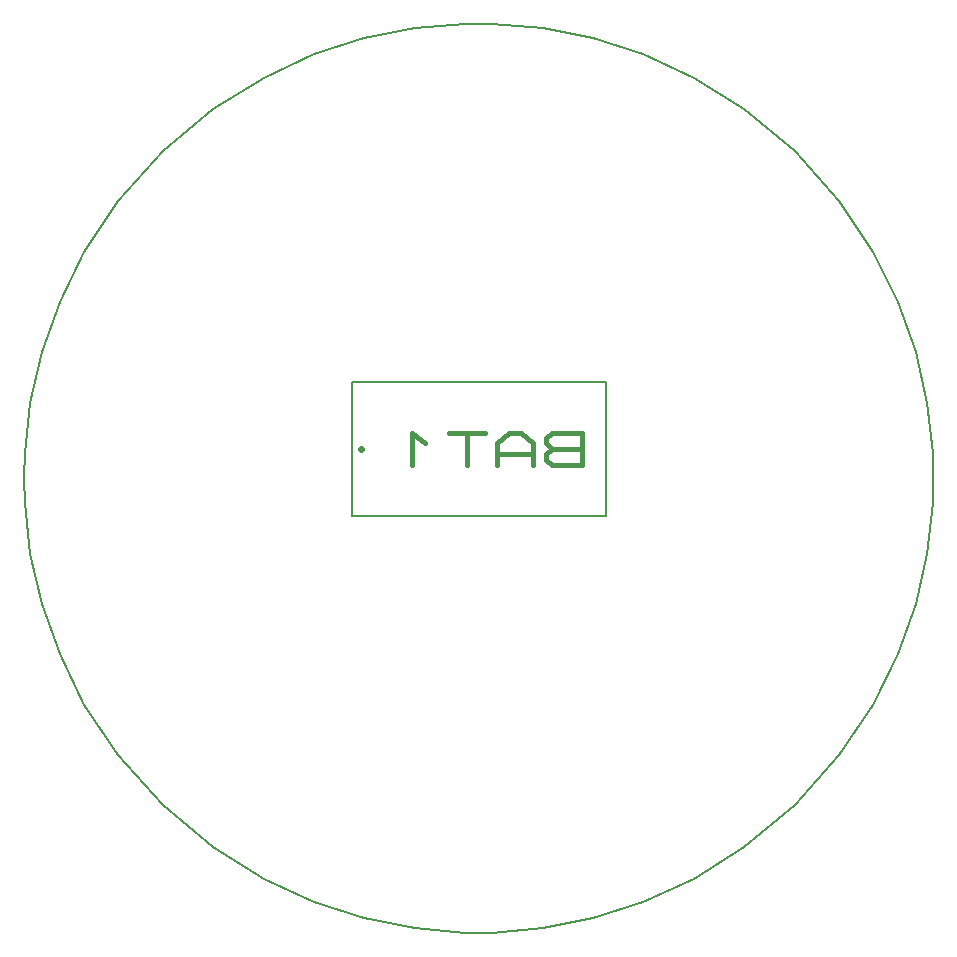
<source format=gbr>
G04 PROTEUS GERBER X2 FILE*
%TF.GenerationSoftware,Labcenter,Proteus,8.13-SP0-Build31525*%
%TF.CreationDate,2022-10-12T09:32:55+00:00*%
%TF.FileFunction,AssemblyDrawing,Bot*%
%TF.FilePolarity,Positive*%
%TF.Part,Single*%
%TF.SameCoordinates,{96deeafe-a607-4606-be7e-3443a3b47cd9}*%
%FSLAX45Y45*%
%MOMM*%
G01*
%TA.AperFunction,Profile*%
%ADD18C,0.203110*%
%TA.AperFunction,Material*%
%ADD19C,0.203110*%
%ADD26C,0.609600*%
%ADD36C,0.455490*%
%TD.AperFunction*%
D18*
X+3850000Y+0D02*
X+3844096Y+213142D01*
X+3796529Y+639427D01*
X+3699562Y+1065712D01*
X+3549147Y+1491997D01*
X+3338067Y+1918282D01*
X+3053769Y+2344567D01*
X+2673870Y+2770003D01*
X+2247585Y+3125838D01*
X+1821300Y+3391956D01*
X+1395015Y+3588375D01*
X+968730Y+3726132D01*
X+542445Y+3811595D01*
X+116160Y+3848247D01*
X+0Y+3850000D01*
X-3850000Y+0D02*
X-3844096Y+213142D01*
X-3796529Y+639427D01*
X-3699562Y+1065712D01*
X-3549147Y+1491997D01*
X-3338067Y+1918282D01*
X-3053769Y+2344567D01*
X-2673870Y+2770003D01*
X-2247585Y+3125838D01*
X-1821300Y+3391956D01*
X-1395015Y+3588375D01*
X-968730Y+3726132D01*
X-542445Y+3811595D01*
X-116160Y+3848247D01*
X+0Y+3850000D01*
X-3850000Y+0D02*
X-3844096Y-213142D01*
X-3796529Y-639427D01*
X-3699562Y-1065712D01*
X-3549147Y-1491997D01*
X-3338067Y-1918282D01*
X-3053769Y-2344567D01*
X-2673870Y-2770003D01*
X-2247585Y-3125838D01*
X-1821300Y-3391956D01*
X-1395015Y-3588375D01*
X-968730Y-3726132D01*
X-542445Y-3811595D01*
X-116160Y-3848247D01*
X+0Y-3850000D01*
X+3850000Y+0D02*
X+3844096Y-213142D01*
X+3796529Y-639427D01*
X+3699562Y-1065712D01*
X+3549147Y-1491997D01*
X+3338067Y-1918282D01*
X+3053769Y-2344567D01*
X+2673870Y-2770003D01*
X+2247585Y-3125838D01*
X+1821300Y-3391956D01*
X+1395015Y-3588375D01*
X+968730Y-3726132D01*
X+542445Y-3811595D01*
X+116160Y-3848247D01*
X+0Y-3850000D01*
D19*
X-1076200Y-319171D02*
X+1076200Y-319171D01*
X+1076200Y+819171D01*
X-1076200Y+819171D01*
X-1076200Y-319171D01*
D26*
X-1000000Y+250000D02*
X-1000000Y+250000D01*
D36*
X+873236Y+113350D02*
X+873236Y+386649D01*
X+617019Y+386649D01*
X+565775Y+341099D01*
X+565775Y+295549D01*
X+617019Y+250000D01*
X+565775Y+204450D01*
X+565775Y+158900D01*
X+617019Y+113350D01*
X+873236Y+113350D01*
X+873236Y+250000D02*
X+617019Y+250000D01*
X+463288Y+113350D02*
X+463288Y+295549D01*
X+360801Y+386649D01*
X+258314Y+386649D01*
X+155827Y+295549D01*
X+155827Y+113350D01*
X+463288Y+204450D02*
X+155827Y+204450D01*
X+53340Y+386649D02*
X-254121Y+386649D01*
X-100390Y+386649D02*
X-100390Y+113350D01*
X-459095Y+295549D02*
X-561582Y+386649D01*
X-561582Y+113350D01*
M02*

</source>
